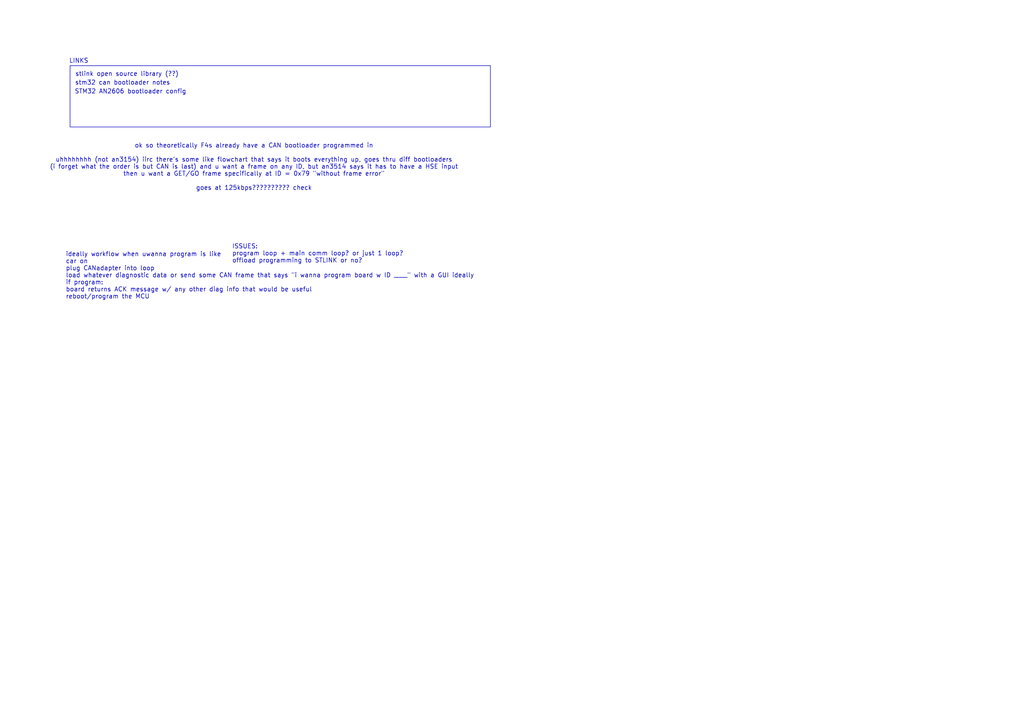
<source format=kicad_sch>
(kicad_sch
	(version 20250114)
	(generator "eeschema")
	(generator_version "9.0")
	(uuid "da4b3bf3-2076-4135-8197-82b0a45c600a")
	(paper "A4")
	(lib_symbols)
	(rectangle
		(start 20.32 19.05)
		(end 142.24 36.83)
		(stroke
			(width 0)
			(type default)
		)
		(fill
			(type none)
		)
		(uuid a1407ea6-c7ba-4c33-ab60-05c8b5634a4d)
	)
	(text "LINKS"
		(exclude_from_sim no)
		(at 22.86 17.78 0)
		(effects
			(font
				(size 1.27 1.27)
			)
		)
		(uuid "18e63687-7aa5-4870-bd5f-68d977ecf519")
	)
	(text "stlink open source library (??)"
		(exclude_from_sim no)
		(at 36.83 21.59 0)
		(effects
			(font
				(size 1.27 1.27)
			)
			(href "https://github.com/stlink-org/stlink/tree/testing")
		)
		(uuid "3fa9c08a-abb7-4cdf-94b5-426e558e1680")
	)
	(text "stm32 can bootloader notes"
		(exclude_from_sim no)
		(at 35.56 24.13 0)
		(effects
			(font
				(size 1.27 1.27)
			)
			(href "https://www.st.com/resource/en/application_note/an3154-can-protocol-used-in-the-stm32-bootloader-stmicroelectronics.pdf")
		)
		(uuid "488d93e8-0d93-4807-a140-2e459384ccea")
	)
	(text "STM32 AN2606 bootloader config"
		(exclude_from_sim no)
		(at 37.846 26.67 0)
		(effects
			(font
				(size 1.27 1.27)
			)
			(href "https://www.st.com/resource/en/application_note/an2606-stm32-microcontroller-system-memory-boot-mode-stmicroelectronics.pdf")
		)
		(uuid "89f0ff3d-4432-4052-b296-df69170919a3")
	)
	(text "ideally workflow when uwanna program is like\ncar on\nplug CANadapter into loop\nload whatever diagnostic data or send some CAN frame that says \"i wanna program board w ID ____\" with a GUI ideally\nif program:\nboard returns ACK message w/ any other diag info that would be useful\nreboot/program the MCU"
		(exclude_from_sim no)
		(at 19.05 80.01 0)
		(effects
			(font
				(size 1.27 1.27)
			)
			(justify left)
		)
		(uuid "bedc337f-0430-4a28-aaf4-6cff2f68ab9f")
	)
	(text "ok so theoretically F4s already have a CAN bootloader programmed in\n\nuhhhhhhhh (not an3154) iirc there's some like flowchart that says it boots everything up, goes thru diff bootloaders\n(i forget what the order is but CAN is last) and u want a frame on any ID, but an3514 says it has to have a HSE input\nthen u want a GET/GO frame specifically at ID = 0x79 \"without frame error\"\n\ngoes at 125kbps?????????? check\n\n"
		(exclude_from_sim no)
		(at 73.66 49.53 0)
		(effects
			(font
				(size 1.27 1.27)
			)
		)
		(uuid "f0992be1-579e-4592-9d5c-c08fd39f5659")
	)
	(text "ISSUES:\nprogram loop + main comm loop? or just 1 loop?\noffload programming to STLINK or no?\n"
		(exclude_from_sim no)
		(at 67.31 73.66 0)
		(effects
			(font
				(size 1.27 1.27)
			)
			(justify left)
		)
		(uuid "f0a09a4e-2020-4701-8135-b33affe5e8a7")
	)
)

</source>
